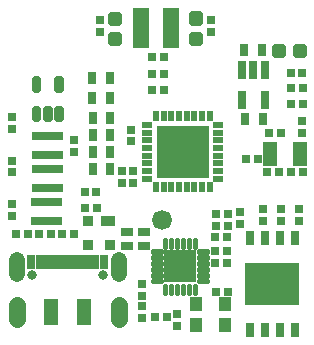
<source format=gbr>
G04 EAGLE Gerber RS-274X export*
G75*
%MOMM*%
%FSLAX34Y34*%
%LPD*%
%INSoldermask Top*%
%IPPOS*%
%AMOC8*
5,1,8,0,0,1.08239X$1,22.5*%
G01*
%ADD10R,0.803200X0.703200*%
%ADD11R,0.803200X1.103200*%
%ADD12R,0.703200X0.803200*%
%ADD13R,1.203200X2.003200*%
%ADD14R,0.920000X0.470000*%
%ADD15R,0.470000X0.920000*%
%ADD16R,4.520000X4.520000*%
%ADD17R,1.219200X0.914400*%
%ADD18R,0.812800X0.889000*%
%ADD19C,0.269722*%
%ADD20R,2.703200X2.703200*%
%ADD21R,1.003200X0.803200*%
%ADD22R,0.653200X1.153200*%
%ADD23R,4.553200X3.653200*%
%ADD24C,0.505344*%
%ADD25R,0.723200X1.203200*%
%ADD26R,0.473200X1.203200*%
%ADD27C,0.803200*%
%ADD28C,0.833200*%
%ADD29R,1.203200X2.203200*%
%ADD30C,1.361200*%
%ADD31C,1.403200*%
%ADD32R,0.653200X0.803200*%
%ADD33R,1.093200X1.143200*%
%ADD34C,1.681200*%
%ADD35C,0.506016*%
%ADD36R,1.473200X3.378200*%
%ADD37R,0.711200X1.524000*%


D10*
X217544Y98106D03*
X217544Y108106D03*
D11*
X107994Y173301D03*
X92994Y173301D03*
D10*
X207400Y106995D03*
X207400Y96995D03*
D12*
X153137Y212039D03*
X143137Y212039D03*
X222792Y153458D03*
X232792Y153458D03*
D11*
X107978Y187764D03*
X92978Y187764D03*
D10*
X197240Y106995D03*
X197240Y96995D03*
X125794Y178347D03*
X125794Y168347D03*
D11*
X108164Y158987D03*
X93164Y158987D03*
X108079Y144759D03*
X93079Y144759D03*
D12*
X241035Y142173D03*
X251035Y142173D03*
X271199Y142133D03*
X261199Y142133D03*
D13*
X268486Y157437D03*
X243486Y157437D03*
D14*
X199440Y136810D03*
X199440Y143310D03*
X199440Y149810D03*
X199440Y156310D03*
X199440Y162810D03*
X199440Y169310D03*
X199440Y175810D03*
X199440Y182310D03*
D15*
X192190Y189560D03*
X185690Y189560D03*
X179190Y189560D03*
X172690Y189560D03*
X166190Y189560D03*
X159690Y189560D03*
X153190Y189560D03*
X146690Y189560D03*
D14*
X139440Y182310D03*
X139440Y175810D03*
X139440Y169310D03*
X139440Y162810D03*
X139440Y156310D03*
X139440Y149810D03*
X139440Y143310D03*
X139440Y136810D03*
D15*
X146690Y129560D03*
X153190Y129560D03*
X159690Y129560D03*
X166190Y129560D03*
X172690Y129560D03*
X179190Y129560D03*
X185690Y129560D03*
X192190Y129560D03*
D16*
X169440Y159560D03*
D17*
X105973Y100467D03*
D18*
X88955Y100467D03*
X88955Y80147D03*
X107751Y80147D03*
D12*
X207472Y40953D03*
X197472Y40953D03*
D19*
X178552Y77787D02*
X178552Y85723D01*
X180588Y85723D01*
X180588Y77787D01*
X178552Y77787D01*
X178552Y80349D02*
X180588Y80349D01*
X180588Y82911D02*
X178552Y82911D01*
X178552Y85473D02*
X180588Y85473D01*
X173552Y85723D02*
X173552Y77787D01*
X173552Y85723D02*
X175588Y85723D01*
X175588Y77787D01*
X173552Y77787D01*
X173552Y80349D02*
X175588Y80349D01*
X175588Y82911D02*
X173552Y82911D01*
X173552Y85473D02*
X175588Y85473D01*
X168552Y85723D02*
X168552Y77787D01*
X168552Y85723D02*
X170588Y85723D01*
X170588Y77787D01*
X168552Y77787D01*
X168552Y80349D02*
X170588Y80349D01*
X170588Y82911D02*
X168552Y82911D01*
X168552Y85473D02*
X170588Y85473D01*
X163552Y85723D02*
X163552Y77787D01*
X163552Y85723D02*
X165588Y85723D01*
X165588Y77787D01*
X163552Y77787D01*
X163552Y80349D02*
X165588Y80349D01*
X165588Y82911D02*
X163552Y82911D01*
X163552Y85473D02*
X165588Y85473D01*
X158552Y85723D02*
X158552Y77787D01*
X158552Y85723D02*
X160588Y85723D01*
X160588Y77787D01*
X158552Y77787D01*
X158552Y80349D02*
X160588Y80349D01*
X160588Y82911D02*
X158552Y82911D01*
X158552Y85473D02*
X160588Y85473D01*
X153552Y85723D02*
X153552Y77787D01*
X153552Y85723D02*
X155588Y85723D01*
X155588Y77787D01*
X153552Y77787D01*
X153552Y80349D02*
X155588Y80349D01*
X155588Y82911D02*
X153552Y82911D01*
X153552Y85473D02*
X155588Y85473D01*
X151688Y73887D02*
X143752Y73887D01*
X143752Y75923D01*
X151688Y75923D01*
X151688Y73887D01*
X151688Y68887D02*
X143752Y68887D01*
X143752Y70923D01*
X151688Y70923D01*
X151688Y68887D01*
X151688Y63887D02*
X143752Y63887D01*
X143752Y65923D01*
X151688Y65923D01*
X151688Y63887D01*
X151688Y58887D02*
X143752Y58887D01*
X143752Y60923D01*
X151688Y60923D01*
X151688Y58887D01*
X151688Y53887D02*
X143752Y53887D01*
X143752Y55923D01*
X151688Y55923D01*
X151688Y53887D01*
X151688Y48887D02*
X143752Y48887D01*
X143752Y50923D01*
X151688Y50923D01*
X151688Y48887D01*
X153552Y47023D02*
X153552Y39087D01*
X153552Y47023D02*
X155588Y47023D01*
X155588Y39087D01*
X153552Y39087D01*
X153552Y41649D02*
X155588Y41649D01*
X155588Y44211D02*
X153552Y44211D01*
X153552Y46773D02*
X155588Y46773D01*
X158552Y47023D02*
X158552Y39087D01*
X158552Y47023D02*
X160588Y47023D01*
X160588Y39087D01*
X158552Y39087D01*
X158552Y41649D02*
X160588Y41649D01*
X160588Y44211D02*
X158552Y44211D01*
X158552Y46773D02*
X160588Y46773D01*
X163552Y47023D02*
X163552Y39087D01*
X163552Y47023D02*
X165588Y47023D01*
X165588Y39087D01*
X163552Y39087D01*
X163552Y41649D02*
X165588Y41649D01*
X165588Y44211D02*
X163552Y44211D01*
X163552Y46773D02*
X165588Y46773D01*
X168552Y47023D02*
X168552Y39087D01*
X168552Y47023D02*
X170588Y47023D01*
X170588Y39087D01*
X168552Y39087D01*
X168552Y41649D02*
X170588Y41649D01*
X170588Y44211D02*
X168552Y44211D01*
X168552Y46773D02*
X170588Y46773D01*
X173552Y47023D02*
X173552Y39087D01*
X173552Y47023D02*
X175588Y47023D01*
X175588Y39087D01*
X173552Y39087D01*
X173552Y41649D02*
X175588Y41649D01*
X175588Y44211D02*
X173552Y44211D01*
X173552Y46773D02*
X175588Y46773D01*
X178552Y47023D02*
X178552Y39087D01*
X178552Y47023D02*
X180588Y47023D01*
X180588Y39087D01*
X178552Y39087D01*
X178552Y41649D02*
X180588Y41649D01*
X180588Y44211D02*
X178552Y44211D01*
X178552Y46773D02*
X180588Y46773D01*
X182452Y48887D02*
X190388Y48887D01*
X182452Y48887D02*
X182452Y50923D01*
X190388Y50923D01*
X190388Y48887D01*
X190388Y53887D02*
X182452Y53887D01*
X182452Y55923D01*
X190388Y55923D01*
X190388Y53887D01*
X190388Y58887D02*
X182452Y58887D01*
X182452Y60923D01*
X190388Y60923D01*
X190388Y58887D01*
X190388Y63887D02*
X182452Y63887D01*
X182452Y65923D01*
X190388Y65923D01*
X190388Y63887D01*
X190388Y68887D02*
X182452Y68887D01*
X182452Y70923D01*
X190388Y70923D01*
X190388Y68887D01*
X190388Y73887D02*
X182452Y73887D01*
X182452Y75923D01*
X190388Y75923D01*
X190388Y73887D01*
D20*
X167070Y62405D03*
D10*
X134764Y28504D03*
X134764Y18504D03*
X164569Y22364D03*
X164569Y12364D03*
D12*
X156243Y19482D03*
X146243Y19482D03*
D10*
X134685Y47466D03*
X134685Y37466D03*
D12*
X206900Y75740D03*
X196900Y75740D03*
X206900Y65580D03*
X196900Y65580D03*
X206900Y86980D03*
X196900Y86980D03*
D21*
X136188Y79589D03*
X136188Y91589D03*
X122188Y91589D03*
X122188Y79589D03*
D10*
X237650Y111260D03*
X237650Y101260D03*
X252890Y111260D03*
X252890Y101260D03*
X268130Y111260D03*
X268130Y101260D03*
X25176Y105244D03*
X25176Y115244D03*
X270683Y175254D03*
X270683Y185254D03*
D22*
X226030Y8640D03*
X238730Y8640D03*
X251430Y8640D03*
X264130Y8640D03*
X264130Y86640D03*
X251430Y86640D03*
X238730Y86640D03*
X226030Y86640D03*
D23*
X245080Y47640D03*
D24*
X115771Y275703D02*
X108791Y275703D01*
X115771Y275703D02*
X115771Y268723D01*
X108791Y268723D01*
X108791Y275703D01*
X108791Y273523D02*
X115771Y273523D01*
X115771Y258163D02*
X108791Y258163D01*
X115771Y258163D02*
X115771Y251183D01*
X108791Y251183D01*
X108791Y258163D01*
X108791Y255983D02*
X115771Y255983D01*
X176806Y275793D02*
X183786Y275793D01*
X183786Y268813D01*
X176806Y268813D01*
X176806Y275793D01*
X176806Y273613D02*
X183786Y273613D01*
X183786Y258253D02*
X176806Y258253D01*
X183786Y258253D02*
X183786Y251273D01*
X176806Y251273D01*
X176806Y258253D01*
X176806Y256073D02*
X183786Y256073D01*
D12*
X127549Y143313D03*
X117549Y143313D03*
X127662Y132793D03*
X117662Y132793D03*
X86470Y112090D03*
X96470Y112090D03*
X96216Y125738D03*
X86216Y125738D03*
D10*
X25015Y188704D03*
X25015Y178704D03*
X25176Y152074D03*
X25176Y142074D03*
X77246Y159600D03*
X77246Y169600D03*
X99581Y261162D03*
X99581Y271162D03*
X192996Y261263D03*
X192996Y271263D03*
D12*
X76888Y89637D03*
X66888Y89637D03*
X143256Y240155D03*
X153256Y240155D03*
X261130Y199816D03*
X271130Y199816D03*
X153397Y225000D03*
X143397Y225000D03*
X242786Y175576D03*
X252786Y175576D03*
X38479Y89530D03*
X28479Y89530D03*
X47838Y89540D03*
X57838Y89540D03*
D25*
X40960Y65864D03*
X102960Y65864D03*
X48460Y65864D03*
X95460Y65864D03*
D26*
X54460Y65864D03*
X89460Y65864D03*
X59460Y65864D03*
X64460Y65864D03*
X69460Y65864D03*
X74460Y65864D03*
X79460Y65864D03*
X84460Y65864D03*
D27*
X101960Y54864D03*
D28*
X101960Y54864D03*
D29*
X57960Y23864D03*
X85960Y23864D03*
D28*
X41960Y54864D03*
D30*
X28760Y56324D02*
X28760Y67904D01*
X115160Y67904D02*
X115160Y56324D01*
D31*
X28760Y29864D02*
X28760Y17864D01*
X115160Y17864D02*
X115160Y29864D01*
D32*
X64136Y116974D03*
X57636Y116974D03*
X51136Y116974D03*
X44636Y116974D03*
X44636Y100974D03*
X51136Y100974D03*
X57636Y100974D03*
X64136Y100974D03*
D33*
X205380Y30288D03*
X180580Y30288D03*
X180580Y12588D03*
X205380Y12588D03*
D32*
X64390Y145168D03*
X57890Y145168D03*
X51390Y145168D03*
X44890Y145168D03*
X44890Y129168D03*
X51390Y129168D03*
X57890Y129168D03*
X64390Y129168D03*
X64390Y173108D03*
X57890Y173108D03*
X51390Y173108D03*
X44890Y173108D03*
X44890Y157108D03*
X51390Y157108D03*
X57890Y157108D03*
X64390Y157108D03*
D34*
X152071Y101594D03*
D11*
X92740Y205414D03*
X107740Y205414D03*
X92520Y221649D03*
X107520Y221649D03*
D35*
X47112Y196102D02*
X47112Y186930D01*
X44140Y186930D01*
X44140Y196102D01*
X47112Y196102D01*
X47112Y191737D02*
X44140Y191737D01*
X56612Y196102D02*
X56612Y186930D01*
X53640Y186930D01*
X53640Y196102D01*
X56612Y196102D01*
X56612Y191737D02*
X53640Y191737D01*
X66112Y196102D02*
X66112Y186930D01*
X63140Y186930D01*
X63140Y196102D01*
X66112Y196102D01*
X66112Y191737D02*
X63140Y191737D01*
X66112Y211830D02*
X66112Y221002D01*
X66112Y211830D02*
X63140Y211830D01*
X63140Y221002D01*
X66112Y221002D01*
X66112Y216637D02*
X63140Y216637D01*
X47112Y221002D02*
X47112Y211830D01*
X44140Y211830D01*
X44140Y221002D01*
X47112Y221002D01*
X47112Y216637D02*
X44140Y216637D01*
D36*
X134170Y264715D03*
X159570Y264715D03*
D37*
X238606Y228935D03*
X229106Y228935D03*
X219606Y228935D03*
X219606Y203027D03*
X238606Y203027D03*
D12*
X270664Y226327D03*
X260664Y226327D03*
D24*
X247425Y241505D02*
X247425Y248485D01*
X254405Y248485D01*
X254405Y241505D01*
X247425Y241505D01*
X247425Y246305D02*
X254405Y246305D01*
X264965Y248485D02*
X264965Y241505D01*
X264965Y248485D02*
X271945Y248485D01*
X271945Y241505D01*
X264965Y241505D01*
X264965Y246305D02*
X271945Y246305D01*
D11*
X221616Y245599D03*
X236616Y245599D03*
X222113Y187267D03*
X237113Y187267D03*
D12*
X270848Y213347D03*
X260848Y213347D03*
M02*

</source>
